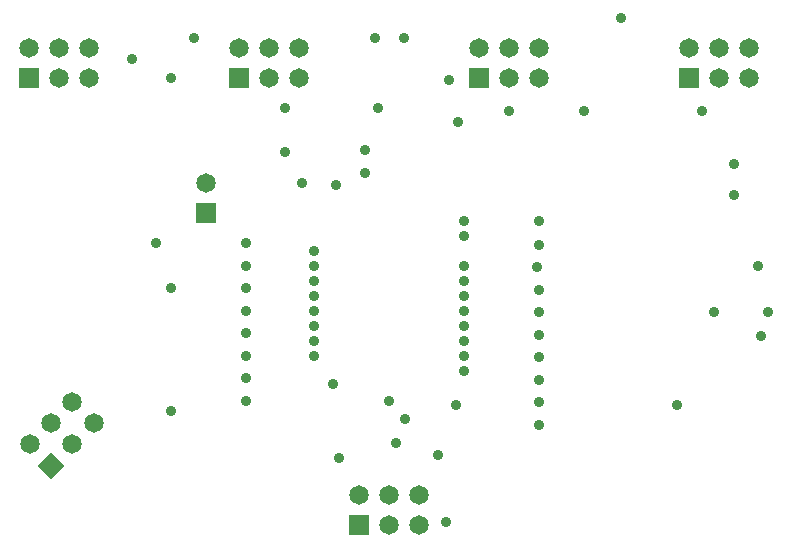
<source format=gbs>
G04*
G04 #@! TF.GenerationSoftware,Altium Limited,Altium Designer,19.1.5 (86)*
G04*
G04 Layer_Color=16711935*
%FSLAX25Y25*%
%MOIN*%
G70*
G01*
G75*
%ADD22P,0.09200X4X90.0*%
%ADD23C,0.06506*%
%ADD24R,0.06506X0.06506*%
%ADD25R,0.06506X0.06506*%
%ADD26C,0.03600*%
D22*
X37500Y40858D02*
D03*
D23*
X30429Y47929D02*
D03*
X44571D02*
D03*
X37500Y55000D02*
D03*
X51642D02*
D03*
X44571Y62071D02*
D03*
X89000Y135000D02*
D03*
X160000Y31000D02*
D03*
Y21000D02*
D03*
X150000Y31000D02*
D03*
Y21000D02*
D03*
X140000Y31000D02*
D03*
X120000Y180000D02*
D03*
Y170000D02*
D03*
X110000Y180000D02*
D03*
Y170000D02*
D03*
X100000Y180000D02*
D03*
X200000D02*
D03*
Y170000D02*
D03*
X190000Y180000D02*
D03*
Y170000D02*
D03*
X180000Y180000D02*
D03*
X270000D02*
D03*
Y170000D02*
D03*
X260000Y180000D02*
D03*
Y170000D02*
D03*
X250000Y180000D02*
D03*
X50000D02*
D03*
Y170000D02*
D03*
X40000Y180000D02*
D03*
Y170000D02*
D03*
X30000Y180000D02*
D03*
D24*
X89000Y125000D02*
D03*
D25*
X140000Y21000D02*
D03*
X100000Y170000D02*
D03*
X180000D02*
D03*
X250000D02*
D03*
X30000D02*
D03*
D26*
X215000Y159000D02*
D03*
X254500D02*
D03*
X227500Y190000D02*
D03*
X77500Y170000D02*
D03*
X115500Y160000D02*
D03*
X145500Y183500D02*
D03*
X155000D02*
D03*
X265000Y141500D02*
D03*
X115500Y145500D02*
D03*
X125000Y112500D02*
D03*
Y107500D02*
D03*
X64500Y176500D02*
D03*
X121000Y135000D02*
D03*
X85000Y183500D02*
D03*
X170000Y169500D02*
D03*
X146500Y160000D02*
D03*
X142000Y138500D02*
D03*
Y146000D02*
D03*
X132500Y134500D02*
D03*
X77500Y59000D02*
D03*
X72500Y115000D02*
D03*
X77500Y100000D02*
D03*
X169000Y22000D02*
D03*
X131500Y68000D02*
D03*
X175000Y122500D02*
D03*
X190000Y159000D02*
D03*
X173000Y155500D02*
D03*
X175000Y102500D02*
D03*
Y92500D02*
D03*
Y117500D02*
D03*
Y87500D02*
D03*
X172500Y61000D02*
D03*
X150000Y62500D02*
D03*
X152500Y48500D02*
D03*
X166500Y44500D02*
D03*
X246000Y61000D02*
D03*
X274000Y84000D02*
D03*
X102500Y62500D02*
D03*
X125000Y77500D02*
D03*
X102500Y70000D02*
D03*
X125000Y82500D02*
D03*
X102500Y77500D02*
D03*
X125000Y87500D02*
D03*
X102500Y85000D02*
D03*
X125000Y92500D02*
D03*
X102500D02*
D03*
X125000Y97500D02*
D03*
X102500Y100000D02*
D03*
X125000Y102500D02*
D03*
X102500Y107500D02*
D03*
Y115000D02*
D03*
X200000Y54500D02*
D03*
X175000Y72500D02*
D03*
X200000Y62000D02*
D03*
X175000Y77500D02*
D03*
X200000Y69500D02*
D03*
X175000Y82500D02*
D03*
X200000Y77000D02*
D03*
Y84500D02*
D03*
Y92000D02*
D03*
X175000Y97500D02*
D03*
X200000Y99500D02*
D03*
X199500Y107000D02*
D03*
X175000Y107500D02*
D03*
X200000Y114500D02*
D03*
Y122500D02*
D03*
X133500Y43500D02*
D03*
X155500Y56500D02*
D03*
X258500Y92000D02*
D03*
X273000Y107500D02*
D03*
X276500Y92000D02*
D03*
X265000Y131000D02*
D03*
M02*

</source>
